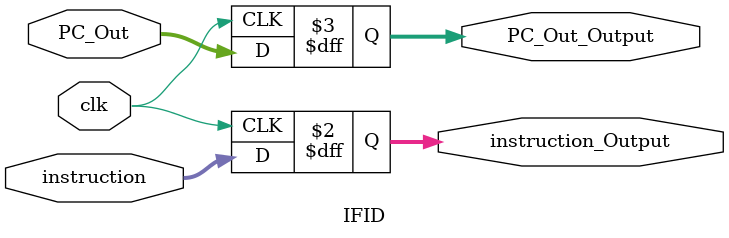
<source format=v>
module IFID(
	input clk,
	input [63:0] PC_Out,
	input [31:0] instruction,
	output reg [31:0] instruction_Output,
	output reg [63:0] PC_Out_Output
);

	always @(posedge clk)
	begin
		instruction_Output = instruction;
		PC_Out_Output = PC_Out;
	end
	
endmodule

</source>
